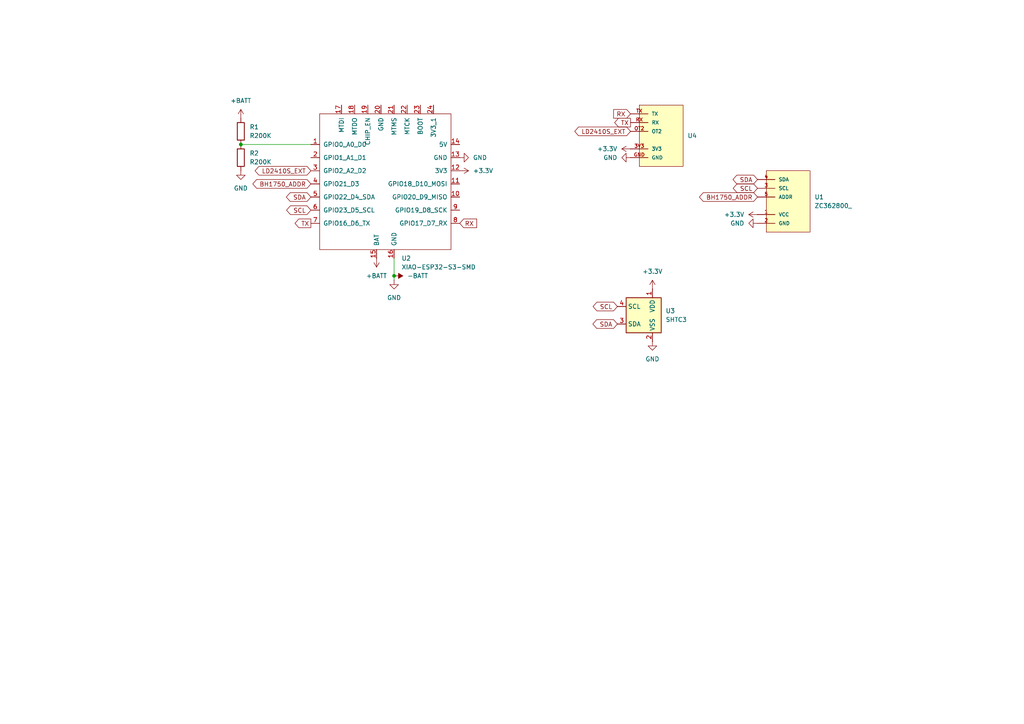
<source format=kicad_sch>
(kicad_sch
	(version 20250114)
	(generator "eeschema")
	(generator_version "9.0")
	(uuid "573ed2fe-6c41-4c95-871f-cd1b9d6f26e6")
	(paper "A4")
	(lib_symbols
		(symbol "Device:R"
			(pin_numbers
				(hide yes)
			)
			(pin_names
				(offset 0)
			)
			(exclude_from_sim no)
			(in_bom yes)
			(on_board yes)
			(property "Reference" "R"
				(at 2.032 0 90)
				(effects
					(font
						(size 1.27 1.27)
					)
				)
			)
			(property "Value" "R"
				(at 0 0 90)
				(effects
					(font
						(size 1.27 1.27)
					)
				)
			)
			(property "Footprint" ""
				(at -1.778 0 90)
				(effects
					(font
						(size 1.27 1.27)
					)
					(hide yes)
				)
			)
			(property "Datasheet" "~"
				(at 0 0 0)
				(effects
					(font
						(size 1.27 1.27)
					)
					(hide yes)
				)
			)
			(property "Description" "Resistor"
				(at 0 0 0)
				(effects
					(font
						(size 1.27 1.27)
					)
					(hide yes)
				)
			)
			(property "ki_keywords" "R res resistor"
				(at 0 0 0)
				(effects
					(font
						(size 1.27 1.27)
					)
					(hide yes)
				)
			)
			(property "ki_fp_filters" "R_*"
				(at 0 0 0)
				(effects
					(font
						(size 1.27 1.27)
					)
					(hide yes)
				)
			)
			(symbol "R_0_1"
				(rectangle
					(start -1.016 -2.54)
					(end 1.016 2.54)
					(stroke
						(width 0.254)
						(type default)
					)
					(fill
						(type none)
					)
				)
			)
			(symbol "R_1_1"
				(pin passive line
					(at 0 3.81 270)
					(length 1.27)
					(name "~"
						(effects
							(font
								(size 1.27 1.27)
							)
						)
					)
					(number "1"
						(effects
							(font
								(size 1.27 1.27)
							)
						)
					)
				)
				(pin passive line
					(at 0 -3.81 90)
					(length 1.27)
					(name "~"
						(effects
							(font
								(size 1.27 1.27)
							)
						)
					)
					(number "2"
						(effects
							(font
								(size 1.27 1.27)
							)
						)
					)
				)
			)
			(embedded_fonts no)
		)
		(symbol "EXTRA:LD2410S"
			(pin_names
				(offset 1.016)
			)
			(exclude_from_sim no)
			(in_bom yes)
			(on_board yes)
			(property "Reference" "U"
				(at 0 0 0)
				(effects
					(font
						(size 1.27 1.27)
					)
					(justify bottom)
				)
			)
			(property "Value" ""
				(at 0 0 0)
				(effects
					(font
						(size 1.27 1.27)
					)
					(justify bottom)
					(hide yes)
				)
			)
			(property "Footprint" "EXTRA:LD2410S"
				(at 3.302 0.762 90)
				(effects
					(font
						(size 1.27 1.27)
					)
					(justify bottom)
					(hide yes)
				)
			)
			(property "Datasheet" ""
				(at 0 0 0)
				(effects
					(font
						(size 1.27 1.27)
					)
					(hide yes)
				)
			)
			(property "Description" ""
				(at 0 0 0)
				(effects
					(font
						(size 1.27 1.27)
					)
					(hide yes)
				)
			)
			(symbol "LD2410S_0_0"
				(rectangle
					(start -7.62 10.16)
					(end 5.08 -7.62)
					(stroke
						(width 0.1524)
						(type default)
					)
					(fill
						(type background)
					)
				)
				(pin bidirectional line
					(at -10.16 -5.08 0)
					(length 5.08)
					(name "GND"
						(effects
							(font
								(size 1.016 1.016)
							)
						)
					)
					(number "GND"
						(effects
							(font
								(size 1.016 1.016)
							)
						)
					)
				)
			)
			(symbol "LD2410S_1_0"
				(pin bidirectional line
					(at -10.16 7.62 0)
					(length 5.08)
					(name "TX"
						(effects
							(font
								(size 1.016 1.016)
							)
						)
					)
					(number "TX"
						(effects
							(font
								(size 1.016 1.016)
							)
						)
					)
				)
				(pin bidirectional line
					(at -10.16 5.08 0)
					(length 5.08)
					(name "RX"
						(effects
							(font
								(size 1.016 1.016)
							)
						)
					)
					(number "RX"
						(effects
							(font
								(size 1.016 1.016)
							)
						)
					)
				)
				(pin output line
					(at -10.16 2.54 0)
					(length 5.08)
					(name "OT2"
						(effects
							(font
								(size 1.016 1.016)
							)
						)
					)
					(number "OT2"
						(effects
							(font
								(size 1.016 1.016)
							)
						)
					)
				)
				(pin bidirectional line
					(at -10.16 -2.54 0)
					(length 5.08)
					(name "3V3"
						(effects
							(font
								(size 1.016 1.016)
							)
						)
					)
					(number "3V3"
						(effects
							(font
								(size 1.016 1.016)
							)
						)
					)
				)
			)
			(embedded_fonts no)
		)
		(symbol "EXTRA:ZC362800_"
			(pin_names
				(offset 1.016)
			)
			(exclude_from_sim no)
			(in_bom yes)
			(on_board yes)
			(property "Reference" "U1"
				(at 6.35 2.5401 0)
				(effects
					(font
						(size 1.27 1.27)
					)
					(justify left)
				)
			)
			(property "Value" "ZC362800_"
				(at 6.35 0.0001 0)
				(effects
					(font
						(size 1.27 1.27)
					)
					(justify left)
				)
			)
			(property "Footprint" "ZC362800_:ZC362800_"
				(at 0 0 0)
				(effects
					(font
						(size 1.27 1.27)
					)
					(justify bottom)
					(hide yes)
				)
			)
			(property "Datasheet" ""
				(at 0 0 0)
				(effects
					(font
						(size 1.27 1.27)
					)
					(hide yes)
				)
			)
			(property "Description" ""
				(at 0 0 0)
				(effects
					(font
						(size 1.27 1.27)
					)
					(hide yes)
				)
			)
			(property "MF" "YKS"
				(at 0 0 0)
				(effects
					(font
						(size 1.27 1.27)
					)
					(justify bottom)
					(hide yes)
				)
			)
			(property "Description_1" "1pc BH1750 Digital Ambient Light Intensity Sensor Module for Arduino GY-302"
				(at 0 0 0)
				(effects
					(font
						(size 1.27 1.27)
					)
					(justify bottom)
					(hide yes)
				)
			)
			(property "Package" "None"
				(at 0 0 0)
				(effects
					(font
						(size 1.27 1.27)
					)
					(justify bottom)
					(hide yes)
				)
			)
			(property "Price" "None"
				(at 0 0 0)
				(effects
					(font
						(size 1.27 1.27)
					)
					(justify bottom)
					(hide yes)
				)
			)
			(property "SnapEDA_Link" "https://www.snapeda.com/parts/ZC362800%23/YKS/view-part/?ref=snap"
				(at 0 0 0)
				(effects
					(font
						(size 1.27 1.27)
					)
					(justify bottom)
					(hide yes)
				)
			)
			(property "MP" "ZC362800#"
				(at 0 0 0)
				(effects
					(font
						(size 1.27 1.27)
					)
					(justify bottom)
					(hide yes)
				)
			)
			(property "Availability" "Not in stock"
				(at 0 0 0)
				(effects
					(font
						(size 1.27 1.27)
					)
					(justify bottom)
					(hide yes)
				)
			)
			(property "Check_prices" "https://www.snapeda.com/parts/ZC362800%23/YKS/view-part/?ref=eda"
				(at 0 0 0)
				(effects
					(font
						(size 1.27 1.27)
					)
					(justify bottom)
					(hide yes)
				)
			)
			(symbol "ZC362800__0_0"
				(rectangle
					(start -7.62 10.16)
					(end 5.08 -7.62)
					(stroke
						(width 0.1524)
						(type default)
					)
					(fill
						(type background)
					)
				)
			)
			(symbol "ZC362800__1_0"
				(pin bidirectional line
					(at -10.16 7.62 0)
					(length 5.08)
					(name "SDA"
						(effects
							(font
								(size 1.016 1.016)
							)
						)
					)
					(number "4"
						(effects
							(font
								(size 1.016 1.016)
							)
						)
					)
				)
				(pin bidirectional line
					(at -10.16 5.08 0)
					(length 5.08)
					(name "SCL"
						(effects
							(font
								(size 1.016 1.016)
							)
						)
					)
					(number "3"
						(effects
							(font
								(size 1.016 1.016)
							)
						)
					)
				)
				(pin bidirectional line
					(at -10.16 2.54 0)
					(length 5.08)
					(name "ADDR"
						(effects
							(font
								(size 1.016 1.016)
							)
						)
					)
					(number "5"
						(effects
							(font
								(size 1.016 1.016)
							)
						)
					)
				)
				(pin bidirectional line
					(at -10.16 -2.54 0)
					(length 5.08)
					(name "VCC"
						(effects
							(font
								(size 1.016 1.016)
							)
						)
					)
					(number "1"
						(effects
							(font
								(size 1.016 1.016)
							)
						)
					)
				)
				(pin bidirectional line
					(at -10.16 -5.08 0)
					(length 5.08)
					(name "GND"
						(effects
							(font
								(size 1.016 1.016)
							)
						)
					)
					(number "2"
						(effects
							(font
								(size 1.016 1.016)
							)
						)
					)
				)
			)
			(embedded_fonts no)
		)
		(symbol "SHTC3_1"
			(exclude_from_sim no)
			(in_bom yes)
			(on_board yes)
			(property "Reference" "U3"
				(at 6.35 1.2701 0)
				(effects
					(font
						(size 1.27 1.27)
					)
					(justify left)
				)
			)
			(property "Value" "SHTC3"
				(at 6.35 -1.2699 0)
				(effects
					(font
						(size 1.27 1.27)
					)
					(justify left)
				)
			)
			(property "Footprint" "Sensor:ASAIR_AM2302_P2.54mm_Vertical"
				(at 5.08 -8.89 0)
				(effects
					(font
						(size 1.27 1.27)
					)
					(hide yes)
				)
			)
			(property "Datasheet" "https://www.sensirion.com/fileadmin/user_upload/customers/sensirion/Dokumente/0_Datasheets/Humidity/Sensirion_Humidity_Sensors_SHTC3_Datasheet.pdf"
				(at -7.62 11.43 0)
				(effects
					(font
						(size 1.27 1.27)
					)
					(hide yes)
				)
			)
			(property "Description" "Humidity and Temperature Sensor, ±2%RH, ±0.2°C, I2C, 1.62-3.6V, DFN-4"
				(at 0 0 0)
				(effects
					(font
						(size 1.27 1.27)
					)
					(hide yes)
				)
			)
			(property "ki_keywords" "Sensirion environment environmental measurement digital"
				(at 0 0 0)
				(effects
					(font
						(size 1.27 1.27)
					)
					(hide yes)
				)
			)
			(property "ki_fp_filters" "Sensirion*DFN*1EP*2x2mm*P1mm*EP0.7x1.6mm*"
				(at 0 0 0)
				(effects
					(font
						(size 1.27 1.27)
					)
					(hide yes)
				)
			)
			(symbol "SHTC3_1_1_1"
				(rectangle
					(start -5.08 5.08)
					(end 5.08 -5.08)
					(stroke
						(width 0.254)
						(type default)
					)
					(fill
						(type background)
					)
				)
				(pin input line
					(at -7.62 2.54 0)
					(length 2.54)
					(name "SCL"
						(effects
							(font
								(size 1.27 1.27)
							)
						)
					)
					(number "4"
						(effects
							(font
								(size 1.27 1.27)
							)
						)
					)
				)
				(pin bidirectional line
					(at -7.62 -2.54 0)
					(length 2.54)
					(name "SDA"
						(effects
							(font
								(size 1.27 1.27)
							)
						)
					)
					(number "3"
						(effects
							(font
								(size 1.27 1.27)
							)
						)
					)
				)
				(pin power_in line
					(at 2.54 7.62 270)
					(length 2.54)
					(name "VDD"
						(effects
							(font
								(size 1.27 1.27)
							)
						)
					)
					(number "1"
						(effects
							(font
								(size 1.27 1.27)
							)
						)
					)
				)
				(pin power_in line
					(at 2.54 -7.62 90)
					(length 2.54)
					(name "VSS"
						(effects
							(font
								(size 1.27 1.27)
							)
						)
					)
					(number "2"
						(effects
							(font
								(size 1.27 1.27)
							)
						)
					)
				)
				(pin no_connect line
					(at 5.08 0 180)
					(length 2.54)
					(hide yes)
					(name "NC"
						(effects
							(font
								(size 1.27 1.27)
							)
						)
					)
					(number "5"
						(effects
							(font
								(size 1.27 1.27)
							)
						)
					)
				)
			)
			(embedded_fonts no)
		)
		(symbol "XIAO:XIAO-ESP32-C6-SMD"
			(pin_names
				(offset 1.016)
			)
			(exclude_from_sim no)
			(in_bom yes)
			(on_board yes)
			(property "Reference" "U"
				(at -18.542 23.114 0)
				(effects
					(font
						(size 1.27 1.27)
					)
				)
			)
			(property "Value" "XIAO-ESP32-S3-SMD"
				(at -8.382 21.336 0)
				(effects
					(font
						(size 1.27 1.27)
					)
				)
			)
			(property "Footprint" ""
				(at -8.89 5.08 0)
				(effects
					(font
						(size 1.27 1.27)
					)
					(hide yes)
				)
			)
			(property "Datasheet" ""
				(at -8.89 5.08 0)
				(effects
					(font
						(size 1.27 1.27)
					)
					(hide yes)
				)
			)
			(property "Description" ""
				(at 0 0 0)
				(effects
					(font
						(size 1.27 1.27)
					)
					(hide yes)
				)
			)
			(symbol "XIAO-ESP32-C6-SMD_0_1"
				(rectangle
					(start 19.05 -19.05)
					(end -19.05 20.32)
					(stroke
						(width 0)
						(type default)
					)
					(fill
						(type none)
					)
				)
			)
			(symbol "XIAO-ESP32-C6-SMD_1_1"
				(pin passive line
					(at -21.59 11.43 0)
					(length 2.54)
					(name "GPIO0_A0_D0"
						(effects
							(font
								(size 1.27 1.27)
							)
						)
					)
					(number "1"
						(effects
							(font
								(size 1.27 1.27)
							)
						)
					)
				)
				(pin passive line
					(at -21.59 7.62 0)
					(length 2.54)
					(name "GPIO1_A1_D1"
						(effects
							(font
								(size 1.27 1.27)
							)
						)
					)
					(number "2"
						(effects
							(font
								(size 1.27 1.27)
							)
						)
					)
				)
				(pin passive line
					(at -21.59 3.81 0)
					(length 2.54)
					(name "GPIO2_A2_D2"
						(effects
							(font
								(size 1.27 1.27)
							)
						)
					)
					(number "3"
						(effects
							(font
								(size 1.27 1.27)
							)
						)
					)
				)
				(pin passive line
					(at -21.59 0 0)
					(length 2.54)
					(name "GPIO21_D3"
						(effects
							(font
								(size 1.27 1.27)
							)
						)
					)
					(number "4"
						(effects
							(font
								(size 1.27 1.27)
							)
						)
					)
				)
				(pin passive line
					(at -21.59 -3.81 0)
					(length 2.54)
					(name "GPIO22_D4_SDA"
						(effects
							(font
								(size 1.27 1.27)
							)
						)
					)
					(number "5"
						(effects
							(font
								(size 1.27 1.27)
							)
						)
					)
				)
				(pin passive line
					(at -21.59 -7.62 0)
					(length 2.54)
					(name "GPIO23_D5_SCL"
						(effects
							(font
								(size 1.27 1.27)
							)
						)
					)
					(number "6"
						(effects
							(font
								(size 1.27 1.27)
							)
						)
					)
				)
				(pin passive line
					(at -21.59 -11.43 0)
					(length 2.54)
					(name "GPIO16_D6_TX"
						(effects
							(font
								(size 1.27 1.27)
							)
						)
					)
					(number "7"
						(effects
							(font
								(size 1.27 1.27)
							)
						)
					)
				)
				(pin passive line
					(at -12.7 22.86 270)
					(length 2.54)
					(name "MTDI"
						(effects
							(font
								(size 1.27 1.27)
							)
						)
					)
					(number "17"
						(effects
							(font
								(size 1.27 1.27)
							)
						)
					)
				)
				(pin passive line
					(at -8.89 22.86 270)
					(length 2.54)
					(name "MTDO"
						(effects
							(font
								(size 1.27 1.27)
							)
						)
					)
					(number "18"
						(effects
							(font
								(size 1.27 1.27)
							)
						)
					)
				)
				(pin passive line
					(at -5.08 22.86 270)
					(length 2.54)
					(name "CHIP_EN"
						(effects
							(font
								(size 1.27 1.27)
							)
						)
					)
					(number "19"
						(effects
							(font
								(size 1.27 1.27)
							)
						)
					)
				)
				(pin passive line
					(at -2.54 -21.59 90)
					(length 2.54)
					(name "BAT"
						(effects
							(font
								(size 1.27 1.27)
							)
						)
					)
					(number "15"
						(effects
							(font
								(size 1.27 1.27)
							)
						)
					)
				)
				(pin passive line
					(at -1.27 22.86 270)
					(length 2.54)
					(name "GND"
						(effects
							(font
								(size 1.27 1.27)
							)
						)
					)
					(number "20"
						(effects
							(font
								(size 1.27 1.27)
							)
						)
					)
				)
				(pin passive line
					(at 2.54 22.86 270)
					(length 2.54)
					(name "MTMS"
						(effects
							(font
								(size 1.27 1.27)
							)
						)
					)
					(number "21"
						(effects
							(font
								(size 1.27 1.27)
							)
						)
					)
				)
				(pin passive line
					(at 2.54 -21.59 90)
					(length 2.54)
					(name "GND"
						(effects
							(font
								(size 1.27 1.27)
							)
						)
					)
					(number "16"
						(effects
							(font
								(size 1.27 1.27)
							)
						)
					)
				)
				(pin passive line
					(at 6.35 22.86 270)
					(length 2.54)
					(name "MTCK"
						(effects
							(font
								(size 1.27 1.27)
							)
						)
					)
					(number "22"
						(effects
							(font
								(size 1.27 1.27)
							)
						)
					)
				)
				(pin passive line
					(at 10.16 22.86 270)
					(length 2.54)
					(name "BOOT"
						(effects
							(font
								(size 1.27 1.27)
							)
						)
					)
					(number "23"
						(effects
							(font
								(size 1.27 1.27)
							)
						)
					)
				)
				(pin passive line
					(at 13.97 22.86 270)
					(length 2.54)
					(name "3V3_1"
						(effects
							(font
								(size 1.27 1.27)
							)
						)
					)
					(number "24"
						(effects
							(font
								(size 1.27 1.27)
							)
						)
					)
				)
				(pin passive line
					(at 21.59 11.43 180)
					(length 2.54)
					(name "5V"
						(effects
							(font
								(size 1.27 1.27)
							)
						)
					)
					(number "14"
						(effects
							(font
								(size 1.27 1.27)
							)
						)
					)
				)
				(pin passive line
					(at 21.59 7.62 180)
					(length 2.54)
					(name "GND"
						(effects
							(font
								(size 1.27 1.27)
							)
						)
					)
					(number "13"
						(effects
							(font
								(size 1.27 1.27)
							)
						)
					)
				)
				(pin passive line
					(at 21.59 3.81 180)
					(length 2.54)
					(name "3V3"
						(effects
							(font
								(size 1.27 1.27)
							)
						)
					)
					(number "12"
						(effects
							(font
								(size 1.27 1.27)
							)
						)
					)
				)
				(pin passive line
					(at 21.59 0 180)
					(length 2.54)
					(name "GPIO18_D10_MOSI"
						(effects
							(font
								(size 1.27 1.27)
							)
						)
					)
					(number "11"
						(effects
							(font
								(size 1.27 1.27)
							)
						)
					)
				)
				(pin passive line
					(at 21.59 -3.81 180)
					(length 2.54)
					(name "GPIO20_D9_MISO"
						(effects
							(font
								(size 1.27 1.27)
							)
						)
					)
					(number "10"
						(effects
							(font
								(size 1.27 1.27)
							)
						)
					)
				)
				(pin passive line
					(at 21.59 -7.62 180)
					(length 2.54)
					(name "GPIO19_D8_SCK"
						(effects
							(font
								(size 1.27 1.27)
							)
						)
					)
					(number "9"
						(effects
							(font
								(size 1.27 1.27)
							)
						)
					)
				)
				(pin passive line
					(at 21.59 -11.43 180)
					(length 2.54)
					(name "GPIO17_D7_RX"
						(effects
							(font
								(size 1.27 1.27)
							)
						)
					)
					(number "8"
						(effects
							(font
								(size 1.27 1.27)
							)
						)
					)
				)
			)
			(embedded_fonts no)
		)
		(symbol "power:+3.3V"
			(power)
			(pin_numbers
				(hide yes)
			)
			(pin_names
				(offset 0)
				(hide yes)
			)
			(exclude_from_sim no)
			(in_bom yes)
			(on_board yes)
			(property "Reference" "#PWR"
				(at 0 -3.81 0)
				(effects
					(font
						(size 1.27 1.27)
					)
					(hide yes)
				)
			)
			(property "Value" "+3.3V"
				(at 0 3.556 0)
				(effects
					(font
						(size 1.27 1.27)
					)
				)
			)
			(property "Footprint" ""
				(at 0 0 0)
				(effects
					(font
						(size 1.27 1.27)
					)
					(hide yes)
				)
			)
			(property "Datasheet" ""
				(at 0 0 0)
				(effects
					(font
						(size 1.27 1.27)
					)
					(hide yes)
				)
			)
			(property "Description" "Power symbol creates a global label with name \"+3.3V\""
				(at 0 0 0)
				(effects
					(font
						(size 1.27 1.27)
					)
					(hide yes)
				)
			)
			(property "ki_keywords" "global power"
				(at 0 0 0)
				(effects
					(font
						(size 1.27 1.27)
					)
					(hide yes)
				)
			)
			(symbol "+3.3V_0_1"
				(polyline
					(pts
						(xy -0.762 1.27) (xy 0 2.54)
					)
					(stroke
						(width 0)
						(type default)
					)
					(fill
						(type none)
					)
				)
				(polyline
					(pts
						(xy 0 2.54) (xy 0.762 1.27)
					)
					(stroke
						(width 0)
						(type default)
					)
					(fill
						(type none)
					)
				)
				(polyline
					(pts
						(xy 0 0) (xy 0 2.54)
					)
					(stroke
						(width 0)
						(type default)
					)
					(fill
						(type none)
					)
				)
			)
			(symbol "+3.3V_1_1"
				(pin power_in line
					(at 0 0 90)
					(length 0)
					(name "~"
						(effects
							(font
								(size 1.27 1.27)
							)
						)
					)
					(number "1"
						(effects
							(font
								(size 1.27 1.27)
							)
						)
					)
				)
			)
			(embedded_fonts no)
		)
		(symbol "power:+BATT"
			(power)
			(pin_numbers
				(hide yes)
			)
			(pin_names
				(offset 0)
				(hide yes)
			)
			(exclude_from_sim no)
			(in_bom yes)
			(on_board yes)
			(property "Reference" "#PWR"
				(at 0 -3.81 0)
				(effects
					(font
						(size 1.27 1.27)
					)
					(hide yes)
				)
			)
			(property "Value" "+BATT"
				(at 0 3.556 0)
				(effects
					(font
						(size 1.27 1.27)
					)
				)
			)
			(property "Footprint" ""
				(at 0 0 0)
				(effects
					(font
						(size 1.27 1.27)
					)
					(hide yes)
				)
			)
			(property "Datasheet" ""
				(at 0 0 0)
				(effects
					(font
						(size 1.27 1.27)
					)
					(hide yes)
				)
			)
			(property "Description" "Power symbol creates a global label with name \"+BATT\""
				(at 0 0 0)
				(effects
					(font
						(size 1.27 1.27)
					)
					(hide yes)
				)
			)
			(property "ki_keywords" "global power battery"
				(at 0 0 0)
				(effects
					(font
						(size 1.27 1.27)
					)
					(hide yes)
				)
			)
			(symbol "+BATT_0_1"
				(polyline
					(pts
						(xy -0.762 1.27) (xy 0 2.54)
					)
					(stroke
						(width 0)
						(type default)
					)
					(fill
						(type none)
					)
				)
				(polyline
					(pts
						(xy 0 2.54) (xy 0.762 1.27)
					)
					(stroke
						(width 0)
						(type default)
					)
					(fill
						(type none)
					)
				)
				(polyline
					(pts
						(xy 0 0) (xy 0 2.54)
					)
					(stroke
						(width 0)
						(type default)
					)
					(fill
						(type none)
					)
				)
			)
			(symbol "+BATT_1_1"
				(pin power_in line
					(at 0 0 90)
					(length 0)
					(name "~"
						(effects
							(font
								(size 1.27 1.27)
							)
						)
					)
					(number "1"
						(effects
							(font
								(size 1.27 1.27)
							)
						)
					)
				)
			)
			(embedded_fonts no)
		)
		(symbol "power:-BATT"
			(power)
			(pin_numbers
				(hide yes)
			)
			(pin_names
				(offset 0)
				(hide yes)
			)
			(exclude_from_sim no)
			(in_bom yes)
			(on_board yes)
			(property "Reference" "#PWR"
				(at 0 -3.81 0)
				(effects
					(font
						(size 1.27 1.27)
					)
					(hide yes)
				)
			)
			(property "Value" "-BATT"
				(at 0 3.556 0)
				(effects
					(font
						(size 1.27 1.27)
					)
				)
			)
			(property "Footprint" ""
				(at 0 0 0)
				(effects
					(font
						(size 1.27 1.27)
					)
					(hide yes)
				)
			)
			(property "Datasheet" ""
				(at 0 0 0)
				(effects
					(font
						(size 1.27 1.27)
					)
					(hide yes)
				)
			)
			(property "Description" "Power symbol creates a global label with name \"-BATT\""
				(at 0 0 0)
				(effects
					(font
						(size 1.27 1.27)
					)
					(hide yes)
				)
			)
			(property "ki_keywords" "global power battery"
				(at 0 0 0)
				(effects
					(font
						(size 1.27 1.27)
					)
					(hide yes)
				)
			)
			(symbol "-BATT_0_1"
				(polyline
					(pts
						(xy 0 0) (xy 0 2.54)
					)
					(stroke
						(width 0)
						(type default)
					)
					(fill
						(type none)
					)
				)
				(polyline
					(pts
						(xy 0.762 1.27) (xy -0.762 1.27) (xy 0 2.54) (xy 0.762 1.27)
					)
					(stroke
						(width 0)
						(type default)
					)
					(fill
						(type outline)
					)
				)
			)
			(symbol "-BATT_1_1"
				(pin power_in line
					(at 0 0 90)
					(length 0)
					(name "~"
						(effects
							(font
								(size 1.27 1.27)
							)
						)
					)
					(number "1"
						(effects
							(font
								(size 1.27 1.27)
							)
						)
					)
				)
			)
			(embedded_fonts no)
		)
		(symbol "power:GND"
			(power)
			(pin_numbers
				(hide yes)
			)
			(pin_names
				(offset 0)
				(hide yes)
			)
			(exclude_from_sim no)
			(in_bom yes)
			(on_board yes)
			(property "Reference" "#PWR"
				(at 0 -6.35 0)
				(effects
					(font
						(size 1.27 1.27)
					)
					(hide yes)
				)
			)
			(property "Value" "GND"
				(at 0 -3.81 0)
				(effects
					(font
						(size 1.27 1.27)
					)
				)
			)
			(property "Footprint" ""
				(at 0 0 0)
				(effects
					(font
						(size 1.27 1.27)
					)
					(hide yes)
				)
			)
			(property "Datasheet" ""
				(at 0 0 0)
				(effects
					(font
						(size 1.27 1.27)
					)
					(hide yes)
				)
			)
			(property "Description" "Power symbol creates a global label with name \"GND\" , ground"
				(at 0 0 0)
				(effects
					(font
						(size 1.27 1.27)
					)
					(hide yes)
				)
			)
			(property "ki_keywords" "global power"
				(at 0 0 0)
				(effects
					(font
						(size 1.27 1.27)
					)
					(hide yes)
				)
			)
			(symbol "GND_0_1"
				(polyline
					(pts
						(xy 0 0) (xy 0 -1.27) (xy 1.27 -1.27) (xy 0 -2.54) (xy -1.27 -1.27) (xy 0 -1.27)
					)
					(stroke
						(width 0)
						(type default)
					)
					(fill
						(type none)
					)
				)
			)
			(symbol "GND_1_1"
				(pin power_in line
					(at 0 0 270)
					(length 0)
					(name "~"
						(effects
							(font
								(size 1.27 1.27)
							)
						)
					)
					(number "1"
						(effects
							(font
								(size 1.27 1.27)
							)
						)
					)
				)
			)
			(embedded_fonts no)
		)
	)
	(junction
		(at 114.3 80.01)
		(diameter 0)
		(color 0 0 0 0)
		(uuid "1ae585e4-55c6-495f-b558-ce235a902c4a")
	)
	(junction
		(at 69.85 41.91)
		(diameter 0)
		(color 0 0 0 0)
		(uuid "7b1509cb-2f60-41f9-9e6c-e30ac21250d5")
	)
	(wire
		(pts
			(xy 69.85 41.91) (xy 90.17 41.91)
		)
		(stroke
			(width 0)
			(type default)
		)
		(uuid "63d42930-bca6-46ad-a175-284122294d5c")
	)
	(wire
		(pts
			(xy 114.3 81.28) (xy 114.3 80.01)
		)
		(stroke
			(width 0)
			(type default)
		)
		(uuid "6472aa41-6197-426c-89ab-b38ca43e0365")
	)
	(wire
		(pts
			(xy 114.3 80.01) (xy 114.3 74.93)
		)
		(stroke
			(width 0)
			(type default)
		)
		(uuid "a1a566ff-1371-43de-9a99-2a0b51eae2a5")
	)
	(global_label "SDA"
		(shape bidirectional)
		(at 179.07 93.98 180)
		(fields_autoplaced yes)
		(effects
			(font
				(size 1.27 1.27)
			)
			(justify right)
		)
		(uuid "15802c68-b74b-4c49-ab15-f96b22e27584")
		(property "Intersheetrefs" "${INTERSHEET_REFS}"
			(at 171.4054 93.98 0)
			(effects
				(font
					(size 1.27 1.27)
				)
				(justify right)
				(hide yes)
			)
		)
	)
	(global_label "BH1750_ADDR"
		(shape bidirectional)
		(at 219.71 57.15 180)
		(fields_autoplaced yes)
		(effects
			(font
				(size 1.27 1.27)
			)
			(justify right)
		)
		(uuid "15aaa41f-5830-4a5d-bf97-6e780a72c07c")
		(property "Intersheetrefs" "${INTERSHEET_REFS}"
			(at 202.3088 57.15 0)
			(effects
				(font
					(size 1.27 1.27)
				)
				(justify right)
				(hide yes)
			)
		)
	)
	(global_label "SCL"
		(shape bidirectional)
		(at 90.17 60.96 180)
		(fields_autoplaced yes)
		(effects
			(font
				(size 1.27 1.27)
			)
			(justify right)
		)
		(uuid "2269a7cd-79e7-46af-acea-add4aec2a552")
		(property "Intersheetrefs" "${INTERSHEET_REFS}"
			(at 82.5659 60.96 0)
			(effects
				(font
					(size 1.27 1.27)
				)
				(justify right)
				(hide yes)
			)
		)
	)
	(global_label "TX"
		(shape output)
		(at 182.88 35.56 180)
		(fields_autoplaced yes)
		(effects
			(font
				(size 1.27 1.27)
			)
			(justify right)
		)
		(uuid "25db6856-fbad-42c6-8683-174b575c7f3e")
		(property "Intersheetrefs" "${INTERSHEET_REFS}"
			(at 177.7177 35.56 0)
			(effects
				(font
					(size 1.27 1.27)
				)
				(justify right)
				(hide yes)
			)
		)
	)
	(global_label "LD2410S_EXT"
		(shape bidirectional)
		(at 182.88 38.1 180)
		(fields_autoplaced yes)
		(effects
			(font
				(size 1.27 1.27)
			)
			(justify right)
		)
		(uuid "34e694f5-7580-484c-a43e-da1f8d55105c")
		(property "Intersheetrefs" "${INTERSHEET_REFS}"
			(at 166.1442 38.1 0)
			(effects
				(font
					(size 1.27 1.27)
				)
				(justify right)
				(hide yes)
			)
		)
	)
	(global_label "SCL"
		(shape bidirectional)
		(at 179.07 88.9 180)
		(fields_autoplaced yes)
		(effects
			(font
				(size 1.27 1.27)
			)
			(justify right)
		)
		(uuid "38b1324e-f352-44ce-a438-011accdeb545")
		(property "Intersheetrefs" "${INTERSHEET_REFS}"
			(at 171.4659 88.9 0)
			(effects
				(font
					(size 1.27 1.27)
				)
				(justify right)
				(hide yes)
			)
		)
	)
	(global_label "LD2410S_EXT"
		(shape bidirectional)
		(at 90.17 49.53 180)
		(fields_autoplaced yes)
		(effects
			(font
				(size 1.27 1.27)
			)
			(justify right)
		)
		(uuid "5222c511-0023-4f25-b710-c26c0477f09d")
		(property "Intersheetrefs" "${INTERSHEET_REFS}"
			(at 73.4342 49.53 0)
			(effects
				(font
					(size 1.27 1.27)
				)
				(justify right)
				(hide yes)
			)
		)
	)
	(global_label "TX"
		(shape output)
		(at 90.17 64.77 180)
		(fields_autoplaced yes)
		(effects
			(font
				(size 1.27 1.27)
			)
			(justify right)
		)
		(uuid "52b09954-79ce-4d60-a8fd-84100c6a753f")
		(property "Intersheetrefs" "${INTERSHEET_REFS}"
			(at 85.0077 64.77 0)
			(effects
				(font
					(size 1.27 1.27)
				)
				(justify right)
				(hide yes)
			)
		)
	)
	(global_label "SCL"
		(shape bidirectional)
		(at 219.71 54.61 180)
		(fields_autoplaced yes)
		(effects
			(font
				(size 1.27 1.27)
			)
			(justify right)
		)
		(uuid "5b457391-a33f-428c-ad60-1cd66c9cd5ef")
		(property "Intersheetrefs" "${INTERSHEET_REFS}"
			(at 212.1059 54.61 0)
			(effects
				(font
					(size 1.27 1.27)
				)
				(justify right)
				(hide yes)
			)
		)
	)
	(global_label "RX"
		(shape input)
		(at 133.35 64.77 0)
		(fields_autoplaced yes)
		(effects
			(font
				(size 1.27 1.27)
			)
			(justify left)
		)
		(uuid "70f22eed-90bd-4ede-bc40-68e35621595e")
		(property "Intersheetrefs" "${INTERSHEET_REFS}"
			(at 138.8147 64.77 0)
			(effects
				(font
					(size 1.27 1.27)
				)
				(justify left)
				(hide yes)
			)
		)
	)
	(global_label "BH1750_ADDR"
		(shape bidirectional)
		(at 90.17 53.34 180)
		(fields_autoplaced yes)
		(effects
			(font
				(size 1.27 1.27)
			)
			(justify right)
		)
		(uuid "85234f34-43d7-40a5-a524-b161ba0dcf05")
		(property "Intersheetrefs" "${INTERSHEET_REFS}"
			(at 72.7688 53.34 0)
			(effects
				(font
					(size 1.27 1.27)
				)
				(justify right)
				(hide yes)
			)
		)
	)
	(global_label "SDA"
		(shape bidirectional)
		(at 90.17 57.15 180)
		(fields_autoplaced yes)
		(effects
			(font
				(size 1.27 1.27)
			)
			(justify right)
		)
		(uuid "88fb7989-7db6-45b4-ad07-dc1c35a6a427")
		(property "Intersheetrefs" "${INTERSHEET_REFS}"
			(at 82.5054 57.15 0)
			(effects
				(font
					(size 1.27 1.27)
				)
				(justify right)
				(hide yes)
			)
		)
	)
	(global_label "SDA"
		(shape bidirectional)
		(at 219.71 52.07 180)
		(fields_autoplaced yes)
		(effects
			(font
				(size 1.27 1.27)
			)
			(justify right)
		)
		(uuid "931c3384-8795-46a4-9513-fb51e725b996")
		(property "Intersheetrefs" "${INTERSHEET_REFS}"
			(at 212.0454 52.07 0)
			(effects
				(font
					(size 1.27 1.27)
				)
				(justify right)
				(hide yes)
			)
		)
	)
	(global_label "RX"
		(shape input)
		(at 182.88 33.02 180)
		(fields_autoplaced yes)
		(effects
			(font
				(size 1.27 1.27)
			)
			(justify right)
		)
		(uuid "9743b4c0-2094-45a3-9b24-4360373fd265")
		(property "Intersheetrefs" "${INTERSHEET_REFS}"
			(at 177.4153 33.02 0)
			(effects
				(font
					(size 1.27 1.27)
				)
				(justify right)
				(hide yes)
			)
		)
	)
	(symbol
		(lib_id "EXTRA:ZC362800_")
		(at 229.87 59.69 0)
		(unit 1)
		(exclude_from_sim no)
		(in_bom yes)
		(on_board yes)
		(dnp no)
		(fields_autoplaced yes)
		(uuid "0119ecdc-0814-40b8-aff4-5688c3072812")
		(property "Reference" "U1"
			(at 236.22 57.1499 0)
			(effects
				(font
					(size 1.27 1.27)
				)
				(justify left)
			)
		)
		(property "Value" "ZC362800_"
			(at 236.22 59.6899 0)
			(effects
				(font
					(size 1.27 1.27)
				)
				(justify left)
			)
		)
		(property "Footprint" "EXTRA:ZC362800_"
			(at 229.87 59.69 0)
			(effects
				(font
					(size 1.27 1.27)
				)
				(justify bottom)
				(hide yes)
			)
		)
		(property "Datasheet" ""
			(at 229.87 59.69 0)
			(effects
				(font
					(size 1.27 1.27)
				)
				(hide yes)
			)
		)
		(property "Description" ""
			(at 229.87 59.69 0)
			(effects
				(font
					(size 1.27 1.27)
				)
				(hide yes)
			)
		)
		(property "MF" "YKS"
			(at 229.87 59.69 0)
			(effects
				(font
					(size 1.27 1.27)
				)
				(justify bottom)
				(hide yes)
			)
		)
		(property "Description_1" "1pc BH1750 Digital Ambient Light Intensity Sensor Module for Arduino GY-302"
			(at 229.87 59.69 0)
			(effects
				(font
					(size 1.27 1.27)
				)
				(justify bottom)
				(hide yes)
			)
		)
		(property "Package" "None"
			(at 229.87 59.69 0)
			(effects
				(font
					(size 1.27 1.27)
				)
				(justify bottom)
				(hide yes)
			)
		)
		(property "Price" "None"
			(at 229.87 59.69 0)
			(effects
				(font
					(size 1.27 1.27)
				)
				(justify bottom)
				(hide yes)
			)
		)
		(property "SnapEDA_Link" "https://www.snapeda.com/parts/ZC362800%23/YKS/view-part/?ref=snap"
			(at 229.87 59.69 0)
			(effects
				(font
					(size 1.27 1.27)
				)
				(justify bottom)
				(hide yes)
			)
		)
		(property "MP" "ZC362800#"
			(at 229.87 59.69 0)
			(effects
				(font
					(size 1.27 1.27)
				)
				(justify bottom)
				(hide yes)
			)
		)
		(property "Availability" "Not in stock"
			(at 229.87 59.69 0)
			(effects
				(font
					(size 1.27 1.27)
				)
				(justify bottom)
				(hide yes)
			)
		)
		(property "Check_prices" "https://www.snapeda.com/parts/ZC362800%23/YKS/view-part/?ref=eda"
			(at 229.87 59.69 0)
			(effects
				(font
					(size 1.27 1.27)
				)
				(justify bottom)
				(hide yes)
			)
		)
		(pin "2"
			(uuid "28bad2d7-644b-4c8b-9a2a-a1492d6bb681")
		)
		(pin "4"
			(uuid "ae0fe577-034f-43a3-93f8-148cfcee430d")
		)
		(pin "3"
			(uuid "016313bf-d3e1-4225-9014-9ca1f8f281bf")
		)
		(pin "5"
			(uuid "a6ba1de5-7016-4aef-b151-07397cde348c")
		)
		(pin "1"
			(uuid "87ee1f43-7410-47c6-834a-df99ee8476d4")
		)
		(instances
			(project ""
				(path "/573ed2fe-6c41-4c95-871f-cd1b9d6f26e6"
					(reference "U1")
					(unit 1)
				)
			)
		)
	)
	(symbol
		(lib_id "power:+3.3V")
		(at 189.23 83.82 0)
		(unit 1)
		(exclude_from_sim no)
		(in_bom yes)
		(on_board yes)
		(dnp no)
		(fields_autoplaced yes)
		(uuid "152a821a-a875-46d1-978f-00b262b73d72")
		(property "Reference" "#PWR010"
			(at 189.23 87.63 0)
			(effects
				(font
					(size 1.27 1.27)
				)
				(hide yes)
			)
		)
		(property "Value" "+3.3V"
			(at 189.23 78.74 0)
			(effects
				(font
					(size 1.27 1.27)
				)
			)
		)
		(property "Footprint" ""
			(at 189.23 83.82 0)
			(effects
				(font
					(size 1.27 1.27)
				)
				(hide yes)
			)
		)
		(property "Datasheet" ""
			(at 189.23 83.82 0)
			(effects
				(font
					(size 1.27 1.27)
				)
				(hide yes)
			)
		)
		(property "Description" "Power symbol creates a global label with name \"+3.3V\""
			(at 189.23 83.82 0)
			(effects
				(font
					(size 1.27 1.27)
				)
				(hide yes)
			)
		)
		(pin "1"
			(uuid "0e37c7ee-0f2f-4a29-96e9-be0c73334da0")
		)
		(instances
			(project "XIAOC6_Occupancy_Battery"
				(path "/573ed2fe-6c41-4c95-871f-cd1b9d6f26e6"
					(reference "#PWR010")
					(unit 1)
				)
			)
		)
	)
	(symbol
		(lib_id "power:+3.3V")
		(at 219.71 62.23 90)
		(unit 1)
		(exclude_from_sim no)
		(in_bom yes)
		(on_board yes)
		(dnp no)
		(fields_autoplaced yes)
		(uuid "18233095-9a87-48c2-b73a-853d85dfb84a")
		(property "Reference" "#PWR09"
			(at 223.52 62.23 0)
			(effects
				(font
					(size 1.27 1.27)
				)
				(hide yes)
			)
		)
		(property "Value" "+3.3V"
			(at 215.9 62.2299 90)
			(effects
				(font
					(size 1.27 1.27)
				)
				(justify left)
			)
		)
		(property "Footprint" ""
			(at 219.71 62.23 0)
			(effects
				(font
					(size 1.27 1.27)
				)
				(hide yes)
			)
		)
		(property "Datasheet" ""
			(at 219.71 62.23 0)
			(effects
				(font
					(size 1.27 1.27)
				)
				(hide yes)
			)
		)
		(property "Description" "Power symbol creates a global label with name \"+3.3V\""
			(at 219.71 62.23 0)
			(effects
				(font
					(size 1.27 1.27)
				)
				(hide yes)
			)
		)
		(pin "1"
			(uuid "f8a50061-8e9f-451e-a2a7-348a26b03643")
		)
		(instances
			(project ""
				(path "/573ed2fe-6c41-4c95-871f-cd1b9d6f26e6"
					(reference "#PWR09")
					(unit 1)
				)
			)
		)
	)
	(symbol
		(lib_id "power:GND")
		(at 182.88 45.72 270)
		(unit 1)
		(exclude_from_sim no)
		(in_bom yes)
		(on_board yes)
		(dnp no)
		(fields_autoplaced yes)
		(uuid "1ffc63b8-2d04-4684-b591-95a96425b3c3")
		(property "Reference" "#PWR013"
			(at 176.53 45.72 0)
			(effects
				(font
					(size 1.27 1.27)
				)
				(hide yes)
			)
		)
		(property "Value" "GND"
			(at 179.07 45.7199 90)
			(effects
				(font
					(size 1.27 1.27)
				)
				(justify right)
			)
		)
		(property "Footprint" ""
			(at 182.88 45.72 0)
			(effects
				(font
					(size 1.27 1.27)
				)
				(hide yes)
			)
		)
		(property "Datasheet" ""
			(at 182.88 45.72 0)
			(effects
				(font
					(size 1.27 1.27)
				)
				(hide yes)
			)
		)
		(property "Description" "Power symbol creates a global label with name \"GND\" , ground"
			(at 182.88 45.72 0)
			(effects
				(font
					(size 1.27 1.27)
				)
				(hide yes)
			)
		)
		(pin "1"
			(uuid "fed37b45-b710-4dce-ba10-05f4d45970bf")
		)
		(instances
			(project ""
				(path "/573ed2fe-6c41-4c95-871f-cd1b9d6f26e6"
					(reference "#PWR013")
					(unit 1)
				)
			)
		)
	)
	(symbol
		(lib_id "power:+BATT")
		(at 109.22 74.93 180)
		(unit 1)
		(exclude_from_sim no)
		(in_bom yes)
		(on_board yes)
		(dnp no)
		(fields_autoplaced yes)
		(uuid "341f197d-8120-4d54-acfa-d1d0817eaa6e")
		(property "Reference" "#PWR01"
			(at 109.22 71.12 0)
			(effects
				(font
					(size 1.27 1.27)
				)
				(hide yes)
			)
		)
		(property "Value" "+BATT"
			(at 109.22 80.01 0)
			(effects
				(font
					(size 1.27 1.27)
				)
			)
		)
		(property "Footprint" ""
			(at 109.22 74.93 0)
			(effects
				(font
					(size 1.27 1.27)
				)
				(hide yes)
			)
		)
		(property "Datasheet" ""
			(at 109.22 74.93 0)
			(effects
				(font
					(size 1.27 1.27)
				)
				(hide yes)
			)
		)
		(property "Description" "Power symbol creates a global label with name \"+BATT\""
			(at 109.22 74.93 0)
			(effects
				(font
					(size 1.27 1.27)
				)
				(hide yes)
			)
		)
		(pin "1"
			(uuid "9fbdc13e-508f-4361-9520-479facfa6a87")
		)
		(instances
			(project ""
				(path "/573ed2fe-6c41-4c95-871f-cd1b9d6f26e6"
					(reference "#PWR01")
					(unit 1)
				)
			)
		)
	)
	(symbol
		(lib_id "power:GND")
		(at 114.3 81.28 0)
		(unit 1)
		(exclude_from_sim no)
		(in_bom yes)
		(on_board yes)
		(dnp no)
		(fields_autoplaced yes)
		(uuid "34f99b9b-996a-483d-a291-fad61651f656")
		(property "Reference" "#PWR02"
			(at 114.3 87.63 0)
			(effects
				(font
					(size 1.27 1.27)
				)
				(hide yes)
			)
		)
		(property "Value" "GND"
			(at 114.3 86.36 0)
			(effects
				(font
					(size 1.27 1.27)
				)
			)
		)
		(property "Footprint" ""
			(at 114.3 81.28 0)
			(effects
				(font
					(size 1.27 1.27)
				)
				(hide yes)
			)
		)
		(property "Datasheet" ""
			(at 114.3 81.28 0)
			(effects
				(font
					(size 1.27 1.27)
				)
				(hide yes)
			)
		)
		(property "Description" "Power symbol creates a global label with name \"GND\" , ground"
			(at 114.3 81.28 0)
			(effects
				(font
					(size 1.27 1.27)
				)
				(hide yes)
			)
		)
		(pin "1"
			(uuid "6d25acd4-4721-4b6a-9dc1-eb5cf93e9a74")
		)
		(instances
			(project ""
				(path "/573ed2fe-6c41-4c95-871f-cd1b9d6f26e6"
					(reference "#PWR02")
					(unit 1)
				)
			)
		)
	)
	(symbol
		(lib_id "EXTRA:LD2410S")
		(at 193.04 40.64 0)
		(unit 1)
		(exclude_from_sim no)
		(in_bom yes)
		(on_board yes)
		(dnp no)
		(fields_autoplaced yes)
		(uuid "39128c35-e4f8-4851-bc83-68b8cad6a236")
		(property "Reference" "U4"
			(at 199.39 39.3699 0)
			(effects
				(font
					(size 1.27 1.27)
				)
				(justify left)
			)
		)
		(property "Value" "~"
			(at 193.04 40.64 0)
			(effects
				(font
					(size 1.27 1.27)
				)
				(justify bottom)
				(hide yes)
			)
		)
		(property "Footprint" "EXTRA:LD2410S"
			(at 196.342 39.878 90)
			(effects
				(font
					(size 1.27 1.27)
				)
				(justify bottom)
				(hide yes)
			)
		)
		(property "Datasheet" ""
			(at 193.04 40.64 0)
			(effects
				(font
					(size 1.27 1.27)
				)
				(hide yes)
			)
		)
		(property "Description" ""
			(at 193.04 40.64 0)
			(effects
				(font
					(size 1.27 1.27)
				)
				(hide yes)
			)
		)
		(pin "GND"
			(uuid "8cdaf064-bc8b-49fa-aa36-f8d79b046ccc")
		)
		(pin "OT2"
			(uuid "7428aa79-9abc-4740-88c5-3c5a9219512f")
		)
		(pin "3V3"
			(uuid "9173fa52-3619-4942-b28b-0abc64db1192")
		)
		(pin "TX"
			(uuid "8c45913f-f59a-4798-93f4-20728a0a1e67")
		)
		(pin "RX"
			(uuid "60cb1659-26dc-4941-b1a9-8ee11e3ffed2")
		)
		(instances
			(project ""
				(path "/573ed2fe-6c41-4c95-871f-cd1b9d6f26e6"
					(reference "U4")
					(unit 1)
				)
			)
		)
	)
	(symbol
		(lib_id "power:GND")
		(at 133.35 45.72 90)
		(unit 1)
		(exclude_from_sim no)
		(in_bom yes)
		(on_board yes)
		(dnp no)
		(fields_autoplaced yes)
		(uuid "3f63b492-debd-4081-a05d-74f5c6bff9a9")
		(property "Reference" "#PWR04"
			(at 139.7 45.72 0)
			(effects
				(font
					(size 1.27 1.27)
				)
				(hide yes)
			)
		)
		(property "Value" "GND"
			(at 137.16 45.7199 90)
			(effects
				(font
					(size 1.27 1.27)
				)
				(justify right)
			)
		)
		(property "Footprint" ""
			(at 133.35 45.72 0)
			(effects
				(font
					(size 1.27 1.27)
				)
				(hide yes)
			)
		)
		(property "Datasheet" ""
			(at 133.35 45.72 0)
			(effects
				(font
					(size 1.27 1.27)
				)
				(hide yes)
			)
		)
		(property "Description" "Power symbol creates a global label with name \"GND\" , ground"
			(at 133.35 45.72 0)
			(effects
				(font
					(size 1.27 1.27)
				)
				(hide yes)
			)
		)
		(pin "1"
			(uuid "6e0a1d15-7a20-40b8-af8c-6ee85dcc98e6")
		)
		(instances
			(project ""
				(path "/573ed2fe-6c41-4c95-871f-cd1b9d6f26e6"
					(reference "#PWR04")
					(unit 1)
				)
			)
		)
	)
	(symbol
		(lib_id "Device:R")
		(at 69.85 45.72 0)
		(unit 1)
		(exclude_from_sim no)
		(in_bom yes)
		(on_board yes)
		(dnp no)
		(fields_autoplaced yes)
		(uuid "4942c392-7fed-4399-a5d6-6c18bdae2f53")
		(property "Reference" "R2"
			(at 72.39 44.4499 0)
			(effects
				(font
					(size 1.27 1.27)
				)
				(justify left)
			)
		)
		(property "Value" "R200K"
			(at 72.39 46.9899 0)
			(effects
				(font
					(size 1.27 1.27)
				)
				(justify left)
			)
		)
		(property "Footprint" "Resistor_THT:R_Axial_DIN0207_L6.3mm_D2.5mm_P7.62mm_Horizontal"
			(at 68.072 45.72 90)
			(effects
				(font
					(size 1.27 1.27)
				)
				(hide yes)
			)
		)
		(property "Datasheet" "~"
			(at 69.85 45.72 0)
			(effects
				(font
					(size 1.27 1.27)
				)
				(hide yes)
			)
		)
		(property "Description" "Resistor"
			(at 69.85 45.72 0)
			(effects
				(font
					(size 1.27 1.27)
				)
				(hide yes)
			)
		)
		(pin "1"
			(uuid "dcebd5e3-c9d5-4a77-8896-f5816395a82d")
		)
		(pin "2"
			(uuid "25ad0485-0df7-4a12-8069-684298ecf562")
		)
		(instances
			(project ""
				(path "/573ed2fe-6c41-4c95-871f-cd1b9d6f26e6"
					(reference "R2")
					(unit 1)
				)
			)
		)
	)
	(symbol
		(lib_id "power:+3.3V")
		(at 182.88 43.18 90)
		(unit 1)
		(exclude_from_sim no)
		(in_bom yes)
		(on_board yes)
		(dnp no)
		(fields_autoplaced yes)
		(uuid "4f158b38-43ab-4c22-b290-e1e67c060436")
		(property "Reference" "#PWR012"
			(at 186.69 43.18 0)
			(effects
				(font
					(size 1.27 1.27)
				)
				(hide yes)
			)
		)
		(property "Value" "+3.3V"
			(at 179.07 43.1799 90)
			(effects
				(font
					(size 1.27 1.27)
				)
				(justify left)
			)
		)
		(property "Footprint" ""
			(at 182.88 43.18 0)
			(effects
				(font
					(size 1.27 1.27)
				)
				(hide yes)
			)
		)
		(property "Datasheet" ""
			(at 182.88 43.18 0)
			(effects
				(font
					(size 1.27 1.27)
				)
				(hide yes)
			)
		)
		(property "Description" "Power symbol creates a global label with name \"+3.3V\""
			(at 182.88 43.18 0)
			(effects
				(font
					(size 1.27 1.27)
				)
				(hide yes)
			)
		)
		(pin "1"
			(uuid "6fad47e9-07bd-4e4c-bc55-f7446d8619d1")
		)
		(instances
			(project ""
				(path "/573ed2fe-6c41-4c95-871f-cd1b9d6f26e6"
					(reference "#PWR012")
					(unit 1)
				)
			)
		)
	)
	(symbol
		(lib_id "power:GND")
		(at 219.71 64.77 270)
		(unit 1)
		(exclude_from_sim no)
		(in_bom yes)
		(on_board yes)
		(dnp no)
		(fields_autoplaced yes)
		(uuid "8724ddc5-f9ab-4f57-b67e-0d0f55cdf2c5")
		(property "Reference" "#PWR08"
			(at 213.36 64.77 0)
			(effects
				(font
					(size 1.27 1.27)
				)
				(hide yes)
			)
		)
		(property "Value" "GND"
			(at 215.9 64.7699 90)
			(effects
				(font
					(size 1.27 1.27)
				)
				(justify right)
			)
		)
		(property "Footprint" ""
			(at 219.71 64.77 0)
			(effects
				(font
					(size 1.27 1.27)
				)
				(hide yes)
			)
		)
		(property "Datasheet" ""
			(at 219.71 64.77 0)
			(effects
				(font
					(size 1.27 1.27)
				)
				(hide yes)
			)
		)
		(property "Description" "Power symbol creates a global label with name \"GND\" , ground"
			(at 219.71 64.77 0)
			(effects
				(font
					(size 1.27 1.27)
				)
				(hide yes)
			)
		)
		(pin "1"
			(uuid "be974837-3b34-4df5-a5c3-00fbb190b39e")
		)
		(instances
			(project ""
				(path "/573ed2fe-6c41-4c95-871f-cd1b9d6f26e6"
					(reference "#PWR08")
					(unit 1)
				)
			)
		)
	)
	(symbol
		(lib_id "Device:R")
		(at 69.85 38.1 0)
		(unit 1)
		(exclude_from_sim no)
		(in_bom yes)
		(on_board yes)
		(dnp no)
		(fields_autoplaced yes)
		(uuid "8806c305-21fc-46cf-8373-5f574e3cd117")
		(property "Reference" "R1"
			(at 72.39 36.8299 0)
			(effects
				(font
					(size 1.27 1.27)
				)
				(justify left)
			)
		)
		(property "Value" "R200K"
			(at 72.39 39.3699 0)
			(effects
				(font
					(size 1.27 1.27)
				)
				(justify left)
			)
		)
		(property "Footprint" "Resistor_THT:R_Axial_DIN0207_L6.3mm_D2.5mm_P7.62mm_Horizontal"
			(at 68.072 38.1 90)
			(effects
				(font
					(size 1.27 1.27)
				)
				(hide yes)
			)
		)
		(property "Datasheet" "~"
			(at 69.85 38.1 0)
			(effects
				(font
					(size 1.27 1.27)
				)
				(hide yes)
			)
		)
		(property "Description" "Resistor"
			(at 69.85 38.1 0)
			(effects
				(font
					(size 1.27 1.27)
				)
				(hide yes)
			)
		)
		(pin "1"
			(uuid "52ca7e5b-8c8d-4ab1-a5d1-fe3985510ce6")
		)
		(pin "2"
			(uuid "32d879a7-332c-4fd1-8831-a17b4b0d81b7")
		)
		(instances
			(project ""
				(path "/573ed2fe-6c41-4c95-871f-cd1b9d6f26e6"
					(reference "R1")
					(unit 1)
				)
			)
		)
	)
	(symbol
		(lib_id "power:GND")
		(at 189.23 99.06 0)
		(unit 1)
		(exclude_from_sim no)
		(in_bom yes)
		(on_board yes)
		(dnp no)
		(fields_autoplaced yes)
		(uuid "9dba34ae-5e27-4c98-8802-02047dd9df94")
		(property "Reference" "#PWR011"
			(at 189.23 105.41 0)
			(effects
				(font
					(size 1.27 1.27)
				)
				(hide yes)
			)
		)
		(property "Value" "GND"
			(at 189.23 104.14 0)
			(effects
				(font
					(size 1.27 1.27)
				)
			)
		)
		(property "Footprint" ""
			(at 189.23 99.06 0)
			(effects
				(font
					(size 1.27 1.27)
				)
				(hide yes)
			)
		)
		(property "Datasheet" ""
			(at 189.23 99.06 0)
			(effects
				(font
					(size 1.27 1.27)
				)
				(hide yes)
			)
		)
		(property "Description" "Power symbol creates a global label with name \"GND\" , ground"
			(at 189.23 99.06 0)
			(effects
				(font
					(size 1.27 1.27)
				)
				(hide yes)
			)
		)
		(pin "1"
			(uuid "966cda61-a5cb-4771-9ffb-36ffe8e7208f")
		)
		(instances
			(project "XIAOC6_Occupancy_Battery"
				(path "/573ed2fe-6c41-4c95-871f-cd1b9d6f26e6"
					(reference "#PWR011")
					(unit 1)
				)
			)
		)
	)
	(symbol
		(lib_id "XIAO:XIAO-ESP32-C6-SMD")
		(at 111.76 53.34 0)
		(unit 1)
		(exclude_from_sim no)
		(in_bom yes)
		(on_board yes)
		(dnp no)
		(fields_autoplaced yes)
		(uuid "a1488d7c-4049-4c4b-be9b-f03d10d262d2")
		(property "Reference" "U2"
			(at 116.4433 74.93 0)
			(effects
				(font
					(size 1.27 1.27)
				)
				(justify left)
			)
		)
		(property "Value" "XIAO-ESP32-S3-SMD"
			(at 116.4433 77.47 0)
			(effects
				(font
					(size 1.27 1.27)
				)
				(justify left)
			)
		)
		(property "Footprint" "XIAO:XIAO-ESP32C6-DIP_1"
			(at 102.87 48.26 0)
			(effects
				(font
					(size 1.27 1.27)
				)
				(hide yes)
			)
		)
		(property "Datasheet" ""
			(at 102.87 48.26 0)
			(effects
				(font
					(size 1.27 1.27)
				)
				(hide yes)
			)
		)
		(property "Description" ""
			(at 111.76 53.34 0)
			(effects
				(font
					(size 1.27 1.27)
				)
				(hide yes)
			)
		)
		(pin "15"
			(uuid "b3e60948-b20e-4df9-9468-a713551f3dfe")
		)
		(pin "11"
			(uuid "c57c7bdd-0c32-4c1d-80fd-3497347c13f2")
		)
		(pin "2"
			(uuid "17498d91-8e15-4cfe-9a15-6c850e01fde1")
		)
		(pin "21"
			(uuid "355fd013-afb5-4844-99e4-0bd81735443c")
		)
		(pin "1"
			(uuid "4b387a1a-0f6d-40f6-b93c-2d8842052ee2")
		)
		(pin "17"
			(uuid "a75dcb0a-1c22-4048-af82-1c55bf8bd540")
		)
		(pin "7"
			(uuid "cd92f0a3-3d75-4221-8b72-5d6cc580b501")
		)
		(pin "19"
			(uuid "f62670ee-942e-4c62-8f06-4d45eebe0445")
		)
		(pin "6"
			(uuid "c6f22de2-2565-4a9d-9fd1-475f463fac4f")
		)
		(pin "5"
			(uuid "c4a8ff84-3dcf-4767-9eff-f2469c8258a1")
		)
		(pin "18"
			(uuid "e68f6499-616c-4e9b-bab8-b369c2810bf4")
		)
		(pin "3"
			(uuid "6281312d-316c-4631-b404-90dbffe58c98")
		)
		(pin "16"
			(uuid "1b17ea25-27b6-4c11-8485-96700850ddb5")
		)
		(pin "22"
			(uuid "ffa9b828-9171-406c-8efd-5e8cfee8cdd8")
		)
		(pin "23"
			(uuid "1490f87d-1497-4a31-abd6-af9960a1a23b")
		)
		(pin "24"
			(uuid "b33ed65f-aef0-40cd-adc8-545cd154229f")
		)
		(pin "4"
			(uuid "ce5a8ad2-e573-409c-84bb-7b6cbe23d84a")
		)
		(pin "20"
			(uuid "03409e23-9fda-44d1-9d4f-a293864fcb25")
		)
		(pin "14"
			(uuid "48dd4733-2204-4535-ae69-3858f345f737")
		)
		(pin "13"
			(uuid "745b81da-002c-481e-87b3-04339cdcea6a")
		)
		(pin "12"
			(uuid "c0d8990d-2bcd-40ab-b339-a464f0c38d90")
		)
		(pin "10"
			(uuid "ba7822b8-88a6-4062-b0b8-b32e44acd482")
		)
		(pin "9"
			(uuid "13f113a3-1446-45e5-b91f-d13008fb2456")
		)
		(pin "8"
			(uuid "9a4d6e0d-b91a-4e74-a199-b62e4c9e84fa")
		)
		(instances
			(project ""
				(path "/573ed2fe-6c41-4c95-871f-cd1b9d6f26e6"
					(reference "U2")
					(unit 1)
				)
			)
		)
	)
	(symbol
		(lib_id "power:+BATT")
		(at 69.85 34.29 0)
		(unit 1)
		(exclude_from_sim no)
		(in_bom yes)
		(on_board yes)
		(dnp no)
		(fields_autoplaced yes)
		(uuid "b5afe7c4-f9e2-49b3-9c38-8b96347852f0")
		(property "Reference" "#PWR06"
			(at 69.85 38.1 0)
			(effects
				(font
					(size 1.27 1.27)
				)
				(hide yes)
			)
		)
		(property "Value" "+BATT"
			(at 69.85 29.21 0)
			(effects
				(font
					(size 1.27 1.27)
				)
			)
		)
		(property "Footprint" ""
			(at 69.85 34.29 0)
			(effects
				(font
					(size 1.27 1.27)
				)
				(hide yes)
			)
		)
		(property "Datasheet" ""
			(at 69.85 34.29 0)
			(effects
				(font
					(size 1.27 1.27)
				)
				(hide yes)
			)
		)
		(property "Description" "Power symbol creates a global label with name \"+BATT\""
			(at 69.85 34.29 0)
			(effects
				(font
					(size 1.27 1.27)
				)
				(hide yes)
			)
		)
		(pin "1"
			(uuid "58484953-38e6-4abe-9737-8f11fd50ebc4")
		)
		(instances
			(project ""
				(path "/573ed2fe-6c41-4c95-871f-cd1b9d6f26e6"
					(reference "#PWR06")
					(unit 1)
				)
			)
		)
	)
	(symbol
		(lib_id "power:GND")
		(at 69.85 49.53 0)
		(unit 1)
		(exclude_from_sim no)
		(in_bom yes)
		(on_board yes)
		(dnp no)
		(fields_autoplaced yes)
		(uuid "b9a716ff-3a09-4076-91e2-331cfcb3d976")
		(property "Reference" "#PWR05"
			(at 69.85 55.88 0)
			(effects
				(font
					(size 1.27 1.27)
				)
				(hide yes)
			)
		)
		(property "Value" "GND"
			(at 69.85 54.61 0)
			(effects
				(font
					(size 1.27 1.27)
				)
			)
		)
		(property "Footprint" ""
			(at 69.85 49.53 0)
			(effects
				(font
					(size 1.27 1.27)
				)
				(hide yes)
			)
		)
		(property "Datasheet" ""
			(at 69.85 49.53 0)
			(effects
				(font
					(size 1.27 1.27)
				)
				(hide yes)
			)
		)
		(property "Description" "Power symbol creates a global label with name \"GND\" , ground"
			(at 69.85 49.53 0)
			(effects
				(font
					(size 1.27 1.27)
				)
				(hide yes)
			)
		)
		(pin "1"
			(uuid "6d7d19a0-4183-4364-8266-aab597a76075")
		)
		(instances
			(project ""
				(path "/573ed2fe-6c41-4c95-871f-cd1b9d6f26e6"
					(reference "#PWR05")
					(unit 1)
				)
			)
		)
	)
	(symbol
		(lib_id "power:+3.3V")
		(at 133.35 49.53 270)
		(unit 1)
		(exclude_from_sim no)
		(in_bom yes)
		(on_board yes)
		(dnp no)
		(fields_autoplaced yes)
		(uuid "d53dd81c-8137-4b7c-b5f4-6a4da9358981")
		(property "Reference" "#PWR03"
			(at 129.54 49.53 0)
			(effects
				(font
					(size 1.27 1.27)
				)
				(hide yes)
			)
		)
		(property "Value" "+3.3V"
			(at 137.16 49.5299 90)
			(effects
				(font
					(size 1.27 1.27)
				)
				(justify left)
			)
		)
		(property "Footprint" ""
			(at 133.35 49.53 0)
			(effects
				(font
					(size 1.27 1.27)
				)
				(hide yes)
			)
		)
		(property "Datasheet" ""
			(at 133.35 49.53 0)
			(effects
				(font
					(size 1.27 1.27)
				)
				(hide yes)
			)
		)
		(property "Description" "Power symbol creates a global label with name \"+3.3V\""
			(at 133.35 49.53 0)
			(effects
				(font
					(size 1.27 1.27)
				)
				(hide yes)
			)
		)
		(pin "1"
			(uuid "a9b31f7f-1e68-44d7-a6a8-ccf1fa92f201")
		)
		(instances
			(project ""
				(path "/573ed2fe-6c41-4c95-871f-cd1b9d6f26e6"
					(reference "#PWR03")
					(unit 1)
				)
			)
		)
	)
	(symbol
		(lib_name "SHTC3_1")
		(lib_id "Sensor_Humidity:SHTC3")
		(at 186.69 91.44 0)
		(unit 1)
		(exclude_from_sim no)
		(in_bom yes)
		(on_board yes)
		(dnp no)
		(fields_autoplaced yes)
		(uuid "f40bfa21-d25d-419f-99a5-f43da3f7a719")
		(property "Reference" "U3"
			(at 193.04 90.1699 0)
			(effects
				(font
					(size 1.27 1.27)
				)
				(justify left)
			)
		)
		(property "Value" "SHTC3"
			(at 193.04 92.7099 0)
			(effects
				(font
					(size 1.27 1.27)
				)
				(justify left)
			)
		)
		(property "Footprint" "Sensor:ASAIR_AM2302_P2.54mm_Vertical"
			(at 191.77 100.33 0)
			(effects
				(font
					(size 1.27 1.27)
				)
				(hide yes)
			)
		)
		(property "Datasheet" "https://www.sensirion.com/fileadmin/user_upload/customers/sensirion/Dokumente/0_Datasheets/Humidity/Sensirion_Humidity_Sensors_SHTC3_Datasheet.pdf"
			(at 179.07 80.01 0)
			(effects
				(font
					(size 1.27 1.27)
				)
				(hide yes)
			)
		)
		(property "Description" "Humidity and Temperature Sensor, ±2%RH, ±0.2°C, I2C, 1.62-3.6V, DFN-4"
			(at 186.69 91.44 0)
			(effects
				(font
					(size 1.27 1.27)
				)
				(hide yes)
			)
		)
		(pin "5"
			(uuid "579a2f64-806c-4213-a913-f1370e09de20")
		)
		(pin "3"
			(uuid "2ea181c7-8a2a-4972-9441-f63a71e2449e")
		)
		(pin "1"
			(uuid "526e0c2c-ce71-4188-b40c-efaf092d508f")
		)
		(pin "2"
			(uuid "98302273-7074-4417-b08d-a064c83730e3")
		)
		(pin "4"
			(uuid "0c973ccb-296e-432b-96d4-ba9dbede7b08")
		)
		(instances
			(project ""
				(path "/573ed2fe-6c41-4c95-871f-cd1b9d6f26e6"
					(reference "U3")
					(unit 1)
				)
			)
		)
	)
	(symbol
		(lib_id "power:-BATT")
		(at 114.3 80.01 270)
		(unit 1)
		(exclude_from_sim no)
		(in_bom yes)
		(on_board yes)
		(dnp no)
		(fields_autoplaced yes)
		(uuid "f72d6a72-7eb9-4789-b9c2-2a9209e595c9")
		(property "Reference" "#PWR07"
			(at 110.49 80.01 0)
			(effects
				(font
					(size 1.27 1.27)
				)
				(hide yes)
			)
		)
		(property "Value" "-BATT"
			(at 118.11 80.0099 90)
			(effects
				(font
					(size 1.27 1.27)
				)
				(justify left)
			)
		)
		(property "Footprint" ""
			(at 114.3 80.01 0)
			(effects
				(font
					(size 1.27 1.27)
				)
				(hide yes)
			)
		)
		(property "Datasheet" ""
			(at 114.3 80.01 0)
			(effects
				(font
					(size 1.27 1.27)
				)
				(hide yes)
			)
		)
		(property "Description" "Power symbol creates a global label with name \"-BATT\""
			(at 114.3 80.01 0)
			(effects
				(font
					(size 1.27 1.27)
				)
				(hide yes)
			)
		)
		(pin "1"
			(uuid "2e27618c-42bb-4e33-977e-22a620fa26f4")
		)
		(instances
			(project ""
				(path "/573ed2fe-6c41-4c95-871f-cd1b9d6f26e6"
					(reference "#PWR07")
					(unit 1)
				)
			)
		)
	)
	(sheet_instances
		(path "/"
			(page "1")
		)
	)
	(embedded_fonts no)
)

</source>
